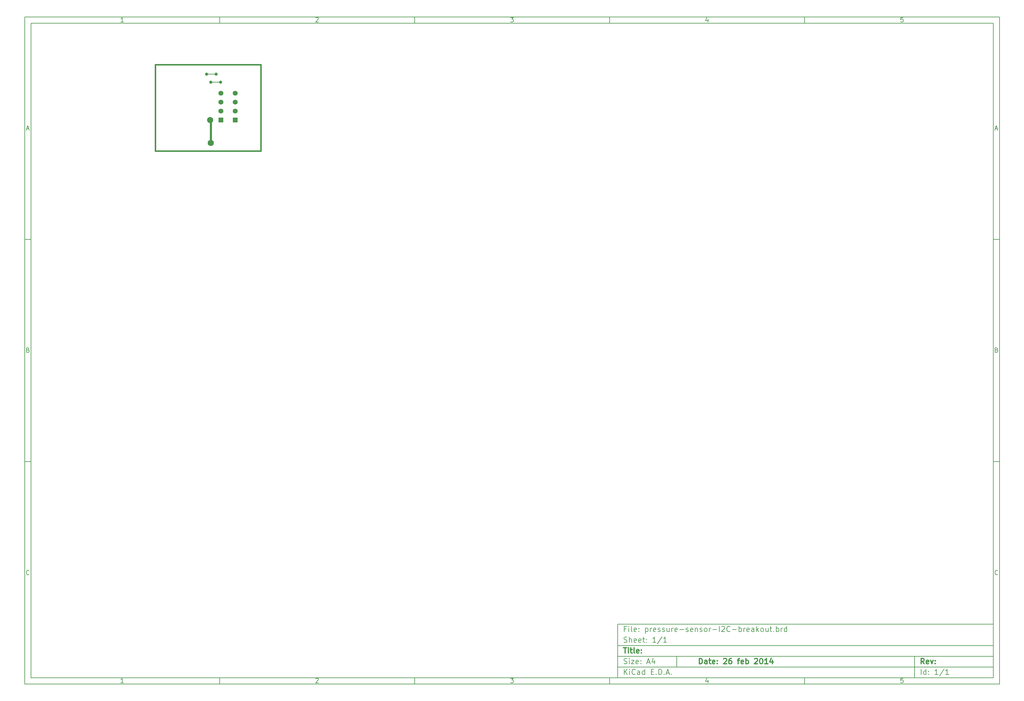
<source format=gbl>
G04 (created by PCBNEW-RS274X (2012-apr-16-27)-stable) date Thu 27 Feb 2014 00:38:27 NZDT*
G01*
G70*
G90*
%MOIN*%
G04 Gerber Fmt 3.4, Leading zero omitted, Abs format*
%FSLAX34Y34*%
G04 APERTURE LIST*
%ADD10C,0.006000*%
%ADD11C,0.012000*%
%ADD12C,0.015000*%
%ADD13R,0.055000X0.055000*%
%ADD14C,0.055000*%
%ADD15C,0.035000*%
%ADD16C,0.070000*%
%ADD17C,0.008000*%
%ADD18C,0.024000*%
G04 APERTURE END LIST*
G54D10*
X04000Y-04000D02*
X113000Y-04000D01*
X113000Y-78670D01*
X04000Y-78670D01*
X04000Y-04000D01*
X04700Y-04700D02*
X112300Y-04700D01*
X112300Y-77970D01*
X04700Y-77970D01*
X04700Y-04700D01*
X25800Y-04000D02*
X25800Y-04700D01*
X15043Y-04552D02*
X14757Y-04552D01*
X14900Y-04552D02*
X14900Y-04052D01*
X14852Y-04124D01*
X14805Y-04171D01*
X14757Y-04195D01*
X25800Y-78670D02*
X25800Y-77970D01*
X15043Y-78522D02*
X14757Y-78522D01*
X14900Y-78522D02*
X14900Y-78022D01*
X14852Y-78094D01*
X14805Y-78141D01*
X14757Y-78165D01*
X47600Y-04000D02*
X47600Y-04700D01*
X36557Y-04100D02*
X36581Y-04076D01*
X36629Y-04052D01*
X36748Y-04052D01*
X36795Y-04076D01*
X36819Y-04100D01*
X36843Y-04148D01*
X36843Y-04195D01*
X36819Y-04267D01*
X36533Y-04552D01*
X36843Y-04552D01*
X47600Y-78670D02*
X47600Y-77970D01*
X36557Y-78070D02*
X36581Y-78046D01*
X36629Y-78022D01*
X36748Y-78022D01*
X36795Y-78046D01*
X36819Y-78070D01*
X36843Y-78118D01*
X36843Y-78165D01*
X36819Y-78237D01*
X36533Y-78522D01*
X36843Y-78522D01*
X69400Y-04000D02*
X69400Y-04700D01*
X58333Y-04052D02*
X58643Y-04052D01*
X58476Y-04243D01*
X58548Y-04243D01*
X58595Y-04267D01*
X58619Y-04290D01*
X58643Y-04338D01*
X58643Y-04457D01*
X58619Y-04505D01*
X58595Y-04529D01*
X58548Y-04552D01*
X58405Y-04552D01*
X58357Y-04529D01*
X58333Y-04505D01*
X69400Y-78670D02*
X69400Y-77970D01*
X58333Y-78022D02*
X58643Y-78022D01*
X58476Y-78213D01*
X58548Y-78213D01*
X58595Y-78237D01*
X58619Y-78260D01*
X58643Y-78308D01*
X58643Y-78427D01*
X58619Y-78475D01*
X58595Y-78499D01*
X58548Y-78522D01*
X58405Y-78522D01*
X58357Y-78499D01*
X58333Y-78475D01*
X91200Y-04000D02*
X91200Y-04700D01*
X80395Y-04219D02*
X80395Y-04552D01*
X80276Y-04029D02*
X80157Y-04386D01*
X80467Y-04386D01*
X91200Y-78670D02*
X91200Y-77970D01*
X80395Y-78189D02*
X80395Y-78522D01*
X80276Y-77999D02*
X80157Y-78356D01*
X80467Y-78356D01*
X102219Y-04052D02*
X101981Y-04052D01*
X101957Y-04290D01*
X101981Y-04267D01*
X102029Y-04243D01*
X102148Y-04243D01*
X102195Y-04267D01*
X102219Y-04290D01*
X102243Y-04338D01*
X102243Y-04457D01*
X102219Y-04505D01*
X102195Y-04529D01*
X102148Y-04552D01*
X102029Y-04552D01*
X101981Y-04529D01*
X101957Y-04505D01*
X102219Y-78022D02*
X101981Y-78022D01*
X101957Y-78260D01*
X101981Y-78237D01*
X102029Y-78213D01*
X102148Y-78213D01*
X102195Y-78237D01*
X102219Y-78260D01*
X102243Y-78308D01*
X102243Y-78427D01*
X102219Y-78475D01*
X102195Y-78499D01*
X102148Y-78522D01*
X102029Y-78522D01*
X101981Y-78499D01*
X101957Y-78475D01*
X04000Y-28890D02*
X04700Y-28890D01*
X04231Y-16510D02*
X04469Y-16510D01*
X04184Y-16652D02*
X04350Y-16152D01*
X04517Y-16652D01*
X113000Y-28890D02*
X112300Y-28890D01*
X112531Y-16510D02*
X112769Y-16510D01*
X112484Y-16652D02*
X112650Y-16152D01*
X112817Y-16652D01*
X04000Y-53780D02*
X04700Y-53780D01*
X04386Y-41280D02*
X04457Y-41304D01*
X04481Y-41328D01*
X04505Y-41376D01*
X04505Y-41447D01*
X04481Y-41495D01*
X04457Y-41519D01*
X04410Y-41542D01*
X04219Y-41542D01*
X04219Y-41042D01*
X04386Y-41042D01*
X04433Y-41066D01*
X04457Y-41090D01*
X04481Y-41138D01*
X04481Y-41185D01*
X04457Y-41233D01*
X04433Y-41257D01*
X04386Y-41280D01*
X04219Y-41280D01*
X113000Y-53780D02*
X112300Y-53780D01*
X112686Y-41280D02*
X112757Y-41304D01*
X112781Y-41328D01*
X112805Y-41376D01*
X112805Y-41447D01*
X112781Y-41495D01*
X112757Y-41519D01*
X112710Y-41542D01*
X112519Y-41542D01*
X112519Y-41042D01*
X112686Y-41042D01*
X112733Y-41066D01*
X112757Y-41090D01*
X112781Y-41138D01*
X112781Y-41185D01*
X112757Y-41233D01*
X112733Y-41257D01*
X112686Y-41280D01*
X112519Y-41280D01*
X04505Y-66385D02*
X04481Y-66409D01*
X04410Y-66432D01*
X04362Y-66432D01*
X04290Y-66409D01*
X04243Y-66361D01*
X04219Y-66313D01*
X04195Y-66218D01*
X04195Y-66147D01*
X04219Y-66051D01*
X04243Y-66004D01*
X04290Y-65956D01*
X04362Y-65932D01*
X04410Y-65932D01*
X04481Y-65956D01*
X04505Y-65980D01*
X112805Y-66385D02*
X112781Y-66409D01*
X112710Y-66432D01*
X112662Y-66432D01*
X112590Y-66409D01*
X112543Y-66361D01*
X112519Y-66313D01*
X112495Y-66218D01*
X112495Y-66147D01*
X112519Y-66051D01*
X112543Y-66004D01*
X112590Y-65956D01*
X112662Y-65932D01*
X112710Y-65932D01*
X112781Y-65956D01*
X112805Y-65980D01*
G54D11*
X79443Y-76413D02*
X79443Y-75813D01*
X79586Y-75813D01*
X79671Y-75841D01*
X79729Y-75899D01*
X79757Y-75956D01*
X79786Y-76070D01*
X79786Y-76156D01*
X79757Y-76270D01*
X79729Y-76327D01*
X79671Y-76384D01*
X79586Y-76413D01*
X79443Y-76413D01*
X80300Y-76413D02*
X80300Y-76099D01*
X80271Y-76041D01*
X80214Y-76013D01*
X80100Y-76013D01*
X80043Y-76041D01*
X80300Y-76384D02*
X80243Y-76413D01*
X80100Y-76413D01*
X80043Y-76384D01*
X80014Y-76327D01*
X80014Y-76270D01*
X80043Y-76213D01*
X80100Y-76184D01*
X80243Y-76184D01*
X80300Y-76156D01*
X80500Y-76013D02*
X80729Y-76013D01*
X80586Y-75813D02*
X80586Y-76327D01*
X80614Y-76384D01*
X80672Y-76413D01*
X80729Y-76413D01*
X81157Y-76384D02*
X81100Y-76413D01*
X80986Y-76413D01*
X80929Y-76384D01*
X80900Y-76327D01*
X80900Y-76099D01*
X80929Y-76041D01*
X80986Y-76013D01*
X81100Y-76013D01*
X81157Y-76041D01*
X81186Y-76099D01*
X81186Y-76156D01*
X80900Y-76213D01*
X81443Y-76356D02*
X81471Y-76384D01*
X81443Y-76413D01*
X81414Y-76384D01*
X81443Y-76356D01*
X81443Y-76413D01*
X81443Y-76041D02*
X81471Y-76070D01*
X81443Y-76099D01*
X81414Y-76070D01*
X81443Y-76041D01*
X81443Y-76099D01*
X82157Y-75870D02*
X82186Y-75841D01*
X82243Y-75813D01*
X82386Y-75813D01*
X82443Y-75841D01*
X82472Y-75870D01*
X82500Y-75927D01*
X82500Y-75984D01*
X82472Y-76070D01*
X82129Y-76413D01*
X82500Y-76413D01*
X83014Y-75813D02*
X82900Y-75813D01*
X82843Y-75841D01*
X82814Y-75870D01*
X82757Y-75956D01*
X82728Y-76070D01*
X82728Y-76299D01*
X82757Y-76356D01*
X82785Y-76384D01*
X82843Y-76413D01*
X82957Y-76413D01*
X83014Y-76384D01*
X83043Y-76356D01*
X83071Y-76299D01*
X83071Y-76156D01*
X83043Y-76099D01*
X83014Y-76070D01*
X82957Y-76041D01*
X82843Y-76041D01*
X82785Y-76070D01*
X82757Y-76099D01*
X82728Y-76156D01*
X83699Y-76013D02*
X83928Y-76013D01*
X83785Y-76413D02*
X83785Y-75899D01*
X83813Y-75841D01*
X83871Y-75813D01*
X83928Y-75813D01*
X84356Y-76384D02*
X84299Y-76413D01*
X84185Y-76413D01*
X84128Y-76384D01*
X84099Y-76327D01*
X84099Y-76099D01*
X84128Y-76041D01*
X84185Y-76013D01*
X84299Y-76013D01*
X84356Y-76041D01*
X84385Y-76099D01*
X84385Y-76156D01*
X84099Y-76213D01*
X84642Y-76413D02*
X84642Y-75813D01*
X84642Y-76041D02*
X84699Y-76013D01*
X84813Y-76013D01*
X84870Y-76041D01*
X84899Y-76070D01*
X84928Y-76127D01*
X84928Y-76299D01*
X84899Y-76356D01*
X84870Y-76384D01*
X84813Y-76413D01*
X84699Y-76413D01*
X84642Y-76384D01*
X85613Y-75870D02*
X85642Y-75841D01*
X85699Y-75813D01*
X85842Y-75813D01*
X85899Y-75841D01*
X85928Y-75870D01*
X85956Y-75927D01*
X85956Y-75984D01*
X85928Y-76070D01*
X85585Y-76413D01*
X85956Y-76413D01*
X86327Y-75813D02*
X86384Y-75813D01*
X86441Y-75841D01*
X86470Y-75870D01*
X86499Y-75927D01*
X86527Y-76041D01*
X86527Y-76184D01*
X86499Y-76299D01*
X86470Y-76356D01*
X86441Y-76384D01*
X86384Y-76413D01*
X86327Y-76413D01*
X86270Y-76384D01*
X86241Y-76356D01*
X86213Y-76299D01*
X86184Y-76184D01*
X86184Y-76041D01*
X86213Y-75927D01*
X86241Y-75870D01*
X86270Y-75841D01*
X86327Y-75813D01*
X87098Y-76413D02*
X86755Y-76413D01*
X86927Y-76413D02*
X86927Y-75813D01*
X86870Y-75899D01*
X86812Y-75956D01*
X86755Y-75984D01*
X87612Y-76013D02*
X87612Y-76413D01*
X87469Y-75784D02*
X87326Y-76213D01*
X87698Y-76213D01*
G54D10*
X71043Y-77613D02*
X71043Y-77013D01*
X71386Y-77613D02*
X71129Y-77270D01*
X71386Y-77013D02*
X71043Y-77356D01*
X71643Y-77613D02*
X71643Y-77213D01*
X71643Y-77013D02*
X71614Y-77041D01*
X71643Y-77070D01*
X71671Y-77041D01*
X71643Y-77013D01*
X71643Y-77070D01*
X72272Y-77556D02*
X72243Y-77584D01*
X72157Y-77613D01*
X72100Y-77613D01*
X72015Y-77584D01*
X71957Y-77527D01*
X71929Y-77470D01*
X71900Y-77356D01*
X71900Y-77270D01*
X71929Y-77156D01*
X71957Y-77099D01*
X72015Y-77041D01*
X72100Y-77013D01*
X72157Y-77013D01*
X72243Y-77041D01*
X72272Y-77070D01*
X72786Y-77613D02*
X72786Y-77299D01*
X72757Y-77241D01*
X72700Y-77213D01*
X72586Y-77213D01*
X72529Y-77241D01*
X72786Y-77584D02*
X72729Y-77613D01*
X72586Y-77613D01*
X72529Y-77584D01*
X72500Y-77527D01*
X72500Y-77470D01*
X72529Y-77413D01*
X72586Y-77384D01*
X72729Y-77384D01*
X72786Y-77356D01*
X73329Y-77613D02*
X73329Y-77013D01*
X73329Y-77584D02*
X73272Y-77613D01*
X73158Y-77613D01*
X73100Y-77584D01*
X73072Y-77556D01*
X73043Y-77499D01*
X73043Y-77327D01*
X73072Y-77270D01*
X73100Y-77241D01*
X73158Y-77213D01*
X73272Y-77213D01*
X73329Y-77241D01*
X74072Y-77299D02*
X74272Y-77299D01*
X74358Y-77613D02*
X74072Y-77613D01*
X74072Y-77013D01*
X74358Y-77013D01*
X74615Y-77556D02*
X74643Y-77584D01*
X74615Y-77613D01*
X74586Y-77584D01*
X74615Y-77556D01*
X74615Y-77613D01*
X74901Y-77613D02*
X74901Y-77013D01*
X75044Y-77013D01*
X75129Y-77041D01*
X75187Y-77099D01*
X75215Y-77156D01*
X75244Y-77270D01*
X75244Y-77356D01*
X75215Y-77470D01*
X75187Y-77527D01*
X75129Y-77584D01*
X75044Y-77613D01*
X74901Y-77613D01*
X75501Y-77556D02*
X75529Y-77584D01*
X75501Y-77613D01*
X75472Y-77584D01*
X75501Y-77556D01*
X75501Y-77613D01*
X75758Y-77441D02*
X76044Y-77441D01*
X75701Y-77613D02*
X75901Y-77013D01*
X76101Y-77613D01*
X76301Y-77556D02*
X76329Y-77584D01*
X76301Y-77613D01*
X76272Y-77584D01*
X76301Y-77556D01*
X76301Y-77613D01*
G54D11*
X104586Y-76413D02*
X104386Y-76127D01*
X104243Y-76413D02*
X104243Y-75813D01*
X104471Y-75813D01*
X104529Y-75841D01*
X104557Y-75870D01*
X104586Y-75927D01*
X104586Y-76013D01*
X104557Y-76070D01*
X104529Y-76099D01*
X104471Y-76127D01*
X104243Y-76127D01*
X105071Y-76384D02*
X105014Y-76413D01*
X104900Y-76413D01*
X104843Y-76384D01*
X104814Y-76327D01*
X104814Y-76099D01*
X104843Y-76041D01*
X104900Y-76013D01*
X105014Y-76013D01*
X105071Y-76041D01*
X105100Y-76099D01*
X105100Y-76156D01*
X104814Y-76213D01*
X105300Y-76013D02*
X105443Y-76413D01*
X105585Y-76013D01*
X105814Y-76356D02*
X105842Y-76384D01*
X105814Y-76413D01*
X105785Y-76384D01*
X105814Y-76356D01*
X105814Y-76413D01*
X105814Y-76041D02*
X105842Y-76070D01*
X105814Y-76099D01*
X105785Y-76070D01*
X105814Y-76041D01*
X105814Y-76099D01*
G54D10*
X71014Y-76384D02*
X71100Y-76413D01*
X71243Y-76413D01*
X71300Y-76384D01*
X71329Y-76356D01*
X71357Y-76299D01*
X71357Y-76241D01*
X71329Y-76184D01*
X71300Y-76156D01*
X71243Y-76127D01*
X71129Y-76099D01*
X71071Y-76070D01*
X71043Y-76041D01*
X71014Y-75984D01*
X71014Y-75927D01*
X71043Y-75870D01*
X71071Y-75841D01*
X71129Y-75813D01*
X71271Y-75813D01*
X71357Y-75841D01*
X71614Y-76413D02*
X71614Y-76013D01*
X71614Y-75813D02*
X71585Y-75841D01*
X71614Y-75870D01*
X71642Y-75841D01*
X71614Y-75813D01*
X71614Y-75870D01*
X71843Y-76013D02*
X72157Y-76013D01*
X71843Y-76413D01*
X72157Y-76413D01*
X72614Y-76384D02*
X72557Y-76413D01*
X72443Y-76413D01*
X72386Y-76384D01*
X72357Y-76327D01*
X72357Y-76099D01*
X72386Y-76041D01*
X72443Y-76013D01*
X72557Y-76013D01*
X72614Y-76041D01*
X72643Y-76099D01*
X72643Y-76156D01*
X72357Y-76213D01*
X72900Y-76356D02*
X72928Y-76384D01*
X72900Y-76413D01*
X72871Y-76384D01*
X72900Y-76356D01*
X72900Y-76413D01*
X72900Y-76041D02*
X72928Y-76070D01*
X72900Y-76099D01*
X72871Y-76070D01*
X72900Y-76041D01*
X72900Y-76099D01*
X73614Y-76241D02*
X73900Y-76241D01*
X73557Y-76413D02*
X73757Y-75813D01*
X73957Y-76413D01*
X74414Y-76013D02*
X74414Y-76413D01*
X74271Y-75784D02*
X74128Y-76213D01*
X74500Y-76213D01*
X104243Y-77613D02*
X104243Y-77013D01*
X104786Y-77613D02*
X104786Y-77013D01*
X104786Y-77584D02*
X104729Y-77613D01*
X104615Y-77613D01*
X104557Y-77584D01*
X104529Y-77556D01*
X104500Y-77499D01*
X104500Y-77327D01*
X104529Y-77270D01*
X104557Y-77241D01*
X104615Y-77213D01*
X104729Y-77213D01*
X104786Y-77241D01*
X105072Y-77556D02*
X105100Y-77584D01*
X105072Y-77613D01*
X105043Y-77584D01*
X105072Y-77556D01*
X105072Y-77613D01*
X105072Y-77241D02*
X105100Y-77270D01*
X105072Y-77299D01*
X105043Y-77270D01*
X105072Y-77241D01*
X105072Y-77299D01*
X106129Y-77613D02*
X105786Y-77613D01*
X105958Y-77613D02*
X105958Y-77013D01*
X105901Y-77099D01*
X105843Y-77156D01*
X105786Y-77184D01*
X106814Y-76984D02*
X106300Y-77756D01*
X107329Y-77613D02*
X106986Y-77613D01*
X107158Y-77613D02*
X107158Y-77013D01*
X107101Y-77099D01*
X107043Y-77156D01*
X106986Y-77184D01*
G54D11*
X70957Y-74613D02*
X71300Y-74613D01*
X71129Y-75213D02*
X71129Y-74613D01*
X71500Y-75213D02*
X71500Y-74813D01*
X71500Y-74613D02*
X71471Y-74641D01*
X71500Y-74670D01*
X71528Y-74641D01*
X71500Y-74613D01*
X71500Y-74670D01*
X71700Y-74813D02*
X71929Y-74813D01*
X71786Y-74613D02*
X71786Y-75127D01*
X71814Y-75184D01*
X71872Y-75213D01*
X71929Y-75213D01*
X72215Y-75213D02*
X72157Y-75184D01*
X72129Y-75127D01*
X72129Y-74613D01*
X72671Y-75184D02*
X72614Y-75213D01*
X72500Y-75213D01*
X72443Y-75184D01*
X72414Y-75127D01*
X72414Y-74899D01*
X72443Y-74841D01*
X72500Y-74813D01*
X72614Y-74813D01*
X72671Y-74841D01*
X72700Y-74899D01*
X72700Y-74956D01*
X72414Y-75013D01*
X72957Y-75156D02*
X72985Y-75184D01*
X72957Y-75213D01*
X72928Y-75184D01*
X72957Y-75156D01*
X72957Y-75213D01*
X72957Y-74841D02*
X72985Y-74870D01*
X72957Y-74899D01*
X72928Y-74870D01*
X72957Y-74841D01*
X72957Y-74899D01*
G54D10*
X71243Y-72499D02*
X71043Y-72499D01*
X71043Y-72813D02*
X71043Y-72213D01*
X71329Y-72213D01*
X71557Y-72813D02*
X71557Y-72413D01*
X71557Y-72213D02*
X71528Y-72241D01*
X71557Y-72270D01*
X71585Y-72241D01*
X71557Y-72213D01*
X71557Y-72270D01*
X71929Y-72813D02*
X71871Y-72784D01*
X71843Y-72727D01*
X71843Y-72213D01*
X72385Y-72784D02*
X72328Y-72813D01*
X72214Y-72813D01*
X72157Y-72784D01*
X72128Y-72727D01*
X72128Y-72499D01*
X72157Y-72441D01*
X72214Y-72413D01*
X72328Y-72413D01*
X72385Y-72441D01*
X72414Y-72499D01*
X72414Y-72556D01*
X72128Y-72613D01*
X72671Y-72756D02*
X72699Y-72784D01*
X72671Y-72813D01*
X72642Y-72784D01*
X72671Y-72756D01*
X72671Y-72813D01*
X72671Y-72441D02*
X72699Y-72470D01*
X72671Y-72499D01*
X72642Y-72470D01*
X72671Y-72441D01*
X72671Y-72499D01*
X73414Y-72413D02*
X73414Y-73013D01*
X73414Y-72441D02*
X73471Y-72413D01*
X73585Y-72413D01*
X73642Y-72441D01*
X73671Y-72470D01*
X73700Y-72527D01*
X73700Y-72699D01*
X73671Y-72756D01*
X73642Y-72784D01*
X73585Y-72813D01*
X73471Y-72813D01*
X73414Y-72784D01*
X73957Y-72813D02*
X73957Y-72413D01*
X73957Y-72527D02*
X73985Y-72470D01*
X74014Y-72441D01*
X74071Y-72413D01*
X74128Y-72413D01*
X74556Y-72784D02*
X74499Y-72813D01*
X74385Y-72813D01*
X74328Y-72784D01*
X74299Y-72727D01*
X74299Y-72499D01*
X74328Y-72441D01*
X74385Y-72413D01*
X74499Y-72413D01*
X74556Y-72441D01*
X74585Y-72499D01*
X74585Y-72556D01*
X74299Y-72613D01*
X74813Y-72784D02*
X74870Y-72813D01*
X74985Y-72813D01*
X75042Y-72784D01*
X75070Y-72727D01*
X75070Y-72699D01*
X75042Y-72641D01*
X74985Y-72613D01*
X74899Y-72613D01*
X74842Y-72584D01*
X74813Y-72527D01*
X74813Y-72499D01*
X74842Y-72441D01*
X74899Y-72413D01*
X74985Y-72413D01*
X75042Y-72441D01*
X75299Y-72784D02*
X75356Y-72813D01*
X75471Y-72813D01*
X75528Y-72784D01*
X75556Y-72727D01*
X75556Y-72699D01*
X75528Y-72641D01*
X75471Y-72613D01*
X75385Y-72613D01*
X75328Y-72584D01*
X75299Y-72527D01*
X75299Y-72499D01*
X75328Y-72441D01*
X75385Y-72413D01*
X75471Y-72413D01*
X75528Y-72441D01*
X76071Y-72413D02*
X76071Y-72813D01*
X75814Y-72413D02*
X75814Y-72727D01*
X75842Y-72784D01*
X75900Y-72813D01*
X75985Y-72813D01*
X76042Y-72784D01*
X76071Y-72756D01*
X76357Y-72813D02*
X76357Y-72413D01*
X76357Y-72527D02*
X76385Y-72470D01*
X76414Y-72441D01*
X76471Y-72413D01*
X76528Y-72413D01*
X76956Y-72784D02*
X76899Y-72813D01*
X76785Y-72813D01*
X76728Y-72784D01*
X76699Y-72727D01*
X76699Y-72499D01*
X76728Y-72441D01*
X76785Y-72413D01*
X76899Y-72413D01*
X76956Y-72441D01*
X76985Y-72499D01*
X76985Y-72556D01*
X76699Y-72613D01*
X77242Y-72584D02*
X77699Y-72584D01*
X77956Y-72784D02*
X78013Y-72813D01*
X78128Y-72813D01*
X78185Y-72784D01*
X78213Y-72727D01*
X78213Y-72699D01*
X78185Y-72641D01*
X78128Y-72613D01*
X78042Y-72613D01*
X77985Y-72584D01*
X77956Y-72527D01*
X77956Y-72499D01*
X77985Y-72441D01*
X78042Y-72413D01*
X78128Y-72413D01*
X78185Y-72441D01*
X78699Y-72784D02*
X78642Y-72813D01*
X78528Y-72813D01*
X78471Y-72784D01*
X78442Y-72727D01*
X78442Y-72499D01*
X78471Y-72441D01*
X78528Y-72413D01*
X78642Y-72413D01*
X78699Y-72441D01*
X78728Y-72499D01*
X78728Y-72556D01*
X78442Y-72613D01*
X78985Y-72413D02*
X78985Y-72813D01*
X78985Y-72470D02*
X79013Y-72441D01*
X79071Y-72413D01*
X79156Y-72413D01*
X79213Y-72441D01*
X79242Y-72499D01*
X79242Y-72813D01*
X79499Y-72784D02*
X79556Y-72813D01*
X79671Y-72813D01*
X79728Y-72784D01*
X79756Y-72727D01*
X79756Y-72699D01*
X79728Y-72641D01*
X79671Y-72613D01*
X79585Y-72613D01*
X79528Y-72584D01*
X79499Y-72527D01*
X79499Y-72499D01*
X79528Y-72441D01*
X79585Y-72413D01*
X79671Y-72413D01*
X79728Y-72441D01*
X80100Y-72813D02*
X80042Y-72784D01*
X80014Y-72756D01*
X79985Y-72699D01*
X79985Y-72527D01*
X80014Y-72470D01*
X80042Y-72441D01*
X80100Y-72413D01*
X80185Y-72413D01*
X80242Y-72441D01*
X80271Y-72470D01*
X80300Y-72527D01*
X80300Y-72699D01*
X80271Y-72756D01*
X80242Y-72784D01*
X80185Y-72813D01*
X80100Y-72813D01*
X80557Y-72813D02*
X80557Y-72413D01*
X80557Y-72527D02*
X80585Y-72470D01*
X80614Y-72441D01*
X80671Y-72413D01*
X80728Y-72413D01*
X80928Y-72584D02*
X81385Y-72584D01*
X81671Y-72813D02*
X81671Y-72213D01*
X81928Y-72270D02*
X81957Y-72241D01*
X82014Y-72213D01*
X82157Y-72213D01*
X82214Y-72241D01*
X82243Y-72270D01*
X82271Y-72327D01*
X82271Y-72384D01*
X82243Y-72470D01*
X81900Y-72813D01*
X82271Y-72813D01*
X82871Y-72756D02*
X82842Y-72784D01*
X82756Y-72813D01*
X82699Y-72813D01*
X82614Y-72784D01*
X82556Y-72727D01*
X82528Y-72670D01*
X82499Y-72556D01*
X82499Y-72470D01*
X82528Y-72356D01*
X82556Y-72299D01*
X82614Y-72241D01*
X82699Y-72213D01*
X82756Y-72213D01*
X82842Y-72241D01*
X82871Y-72270D01*
X83128Y-72584D02*
X83585Y-72584D01*
X83871Y-72813D02*
X83871Y-72213D01*
X83871Y-72441D02*
X83928Y-72413D01*
X84042Y-72413D01*
X84099Y-72441D01*
X84128Y-72470D01*
X84157Y-72527D01*
X84157Y-72699D01*
X84128Y-72756D01*
X84099Y-72784D01*
X84042Y-72813D01*
X83928Y-72813D01*
X83871Y-72784D01*
X84414Y-72813D02*
X84414Y-72413D01*
X84414Y-72527D02*
X84442Y-72470D01*
X84471Y-72441D01*
X84528Y-72413D01*
X84585Y-72413D01*
X85013Y-72784D02*
X84956Y-72813D01*
X84842Y-72813D01*
X84785Y-72784D01*
X84756Y-72727D01*
X84756Y-72499D01*
X84785Y-72441D01*
X84842Y-72413D01*
X84956Y-72413D01*
X85013Y-72441D01*
X85042Y-72499D01*
X85042Y-72556D01*
X84756Y-72613D01*
X85556Y-72813D02*
X85556Y-72499D01*
X85527Y-72441D01*
X85470Y-72413D01*
X85356Y-72413D01*
X85299Y-72441D01*
X85556Y-72784D02*
X85499Y-72813D01*
X85356Y-72813D01*
X85299Y-72784D01*
X85270Y-72727D01*
X85270Y-72670D01*
X85299Y-72613D01*
X85356Y-72584D01*
X85499Y-72584D01*
X85556Y-72556D01*
X85842Y-72813D02*
X85842Y-72213D01*
X85899Y-72584D02*
X86070Y-72813D01*
X86070Y-72413D02*
X85842Y-72641D01*
X86414Y-72813D02*
X86356Y-72784D01*
X86328Y-72756D01*
X86299Y-72699D01*
X86299Y-72527D01*
X86328Y-72470D01*
X86356Y-72441D01*
X86414Y-72413D01*
X86499Y-72413D01*
X86556Y-72441D01*
X86585Y-72470D01*
X86614Y-72527D01*
X86614Y-72699D01*
X86585Y-72756D01*
X86556Y-72784D01*
X86499Y-72813D01*
X86414Y-72813D01*
X87128Y-72413D02*
X87128Y-72813D01*
X86871Y-72413D02*
X86871Y-72727D01*
X86899Y-72784D01*
X86957Y-72813D01*
X87042Y-72813D01*
X87099Y-72784D01*
X87128Y-72756D01*
X87328Y-72413D02*
X87557Y-72413D01*
X87414Y-72213D02*
X87414Y-72727D01*
X87442Y-72784D01*
X87500Y-72813D01*
X87557Y-72813D01*
X87757Y-72756D02*
X87785Y-72784D01*
X87757Y-72813D01*
X87728Y-72784D01*
X87757Y-72756D01*
X87757Y-72813D01*
X88043Y-72813D02*
X88043Y-72213D01*
X88043Y-72441D02*
X88100Y-72413D01*
X88214Y-72413D01*
X88271Y-72441D01*
X88300Y-72470D01*
X88329Y-72527D01*
X88329Y-72699D01*
X88300Y-72756D01*
X88271Y-72784D01*
X88214Y-72813D01*
X88100Y-72813D01*
X88043Y-72784D01*
X88586Y-72813D02*
X88586Y-72413D01*
X88586Y-72527D02*
X88614Y-72470D01*
X88643Y-72441D01*
X88700Y-72413D01*
X88757Y-72413D01*
X89214Y-72813D02*
X89214Y-72213D01*
X89214Y-72784D02*
X89157Y-72813D01*
X89043Y-72813D01*
X88985Y-72784D01*
X88957Y-72756D01*
X88928Y-72699D01*
X88928Y-72527D01*
X88957Y-72470D01*
X88985Y-72441D01*
X89043Y-72413D01*
X89157Y-72413D01*
X89214Y-72441D01*
X71014Y-73984D02*
X71100Y-74013D01*
X71243Y-74013D01*
X71300Y-73984D01*
X71329Y-73956D01*
X71357Y-73899D01*
X71357Y-73841D01*
X71329Y-73784D01*
X71300Y-73756D01*
X71243Y-73727D01*
X71129Y-73699D01*
X71071Y-73670D01*
X71043Y-73641D01*
X71014Y-73584D01*
X71014Y-73527D01*
X71043Y-73470D01*
X71071Y-73441D01*
X71129Y-73413D01*
X71271Y-73413D01*
X71357Y-73441D01*
X71614Y-74013D02*
X71614Y-73413D01*
X71871Y-74013D02*
X71871Y-73699D01*
X71842Y-73641D01*
X71785Y-73613D01*
X71700Y-73613D01*
X71642Y-73641D01*
X71614Y-73670D01*
X72385Y-73984D02*
X72328Y-74013D01*
X72214Y-74013D01*
X72157Y-73984D01*
X72128Y-73927D01*
X72128Y-73699D01*
X72157Y-73641D01*
X72214Y-73613D01*
X72328Y-73613D01*
X72385Y-73641D01*
X72414Y-73699D01*
X72414Y-73756D01*
X72128Y-73813D01*
X72899Y-73984D02*
X72842Y-74013D01*
X72728Y-74013D01*
X72671Y-73984D01*
X72642Y-73927D01*
X72642Y-73699D01*
X72671Y-73641D01*
X72728Y-73613D01*
X72842Y-73613D01*
X72899Y-73641D01*
X72928Y-73699D01*
X72928Y-73756D01*
X72642Y-73813D01*
X73099Y-73613D02*
X73328Y-73613D01*
X73185Y-73413D02*
X73185Y-73927D01*
X73213Y-73984D01*
X73271Y-74013D01*
X73328Y-74013D01*
X73528Y-73956D02*
X73556Y-73984D01*
X73528Y-74013D01*
X73499Y-73984D01*
X73528Y-73956D01*
X73528Y-74013D01*
X73528Y-73641D02*
X73556Y-73670D01*
X73528Y-73699D01*
X73499Y-73670D01*
X73528Y-73641D01*
X73528Y-73699D01*
X74585Y-74013D02*
X74242Y-74013D01*
X74414Y-74013D02*
X74414Y-73413D01*
X74357Y-73499D01*
X74299Y-73556D01*
X74242Y-73584D01*
X75270Y-73384D02*
X74756Y-74156D01*
X75785Y-74013D02*
X75442Y-74013D01*
X75614Y-74013D02*
X75614Y-73413D01*
X75557Y-73499D01*
X75499Y-73556D01*
X75442Y-73584D01*
X70300Y-71970D02*
X70300Y-77970D01*
X70300Y-71970D02*
X112300Y-71970D01*
X70300Y-71970D02*
X112300Y-71970D01*
X70300Y-74370D02*
X112300Y-74370D01*
X103500Y-75570D02*
X103500Y-77970D01*
X70300Y-76770D02*
X112300Y-76770D01*
X70300Y-75570D02*
X112300Y-75570D01*
X76900Y-75570D02*
X76900Y-76770D01*
G54D12*
X30400Y-09350D02*
X18600Y-09350D01*
X30400Y-18950D02*
X30400Y-09350D01*
X18600Y-19000D02*
X30400Y-19000D01*
X18600Y-09350D02*
X18600Y-19000D01*
G54D13*
X27550Y-15550D03*
G54D14*
X27550Y-14550D03*
X27550Y-13550D03*
X27550Y-12550D03*
G54D13*
X25950Y-15550D03*
G54D14*
X25950Y-14550D03*
X25950Y-13550D03*
X25950Y-12550D03*
G54D15*
X24800Y-11300D03*
X25900Y-11300D03*
G54D16*
X24800Y-18100D03*
X24750Y-15550D03*
G54D15*
X25400Y-10400D03*
X24350Y-10400D03*
G54D17*
X24800Y-11300D02*
X25900Y-11300D01*
G54D18*
X24800Y-15600D02*
X24800Y-18100D01*
X24750Y-15550D02*
X24800Y-15600D01*
G54D17*
X25400Y-10400D02*
X24350Y-10400D01*
M02*

</source>
